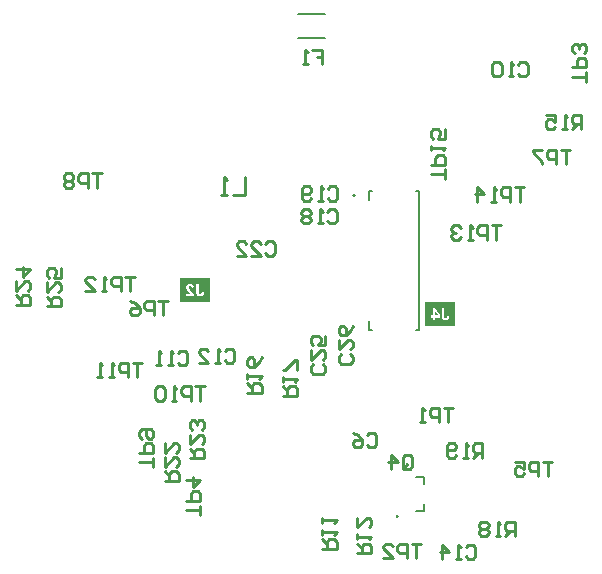
<source format=gbo>
G04*
G04 #@! TF.GenerationSoftware,Altium Limited,Altium Designer,20.2.8 (258)*
G04*
G04 Layer_Color=32896*
%FSLAX44Y44*%
%MOMM*%
G71*
G04*
G04 #@! TF.SameCoordinates,AB2164AD-3A94-489E-A7C9-C1E693429951*
G04*
G04*
G04 #@! TF.FilePolarity,Positive*
G04*
G01*
G75*
%ADD10C,0.1270*%
%ADD11C,0.2000*%
%ADD12C,0.2540*%
%ADD13C,0.1524*%
G36*
X703000Y385057D02*
X677644D01*
Y405542D01*
X703000D01*
Y385057D01*
D02*
G37*
G36*
X495228Y405251D02*
X470272D01*
Y425750D01*
X495228D01*
Y405251D01*
D02*
G37*
%LPC*%
G36*
X685576Y400542D02*
X683917D01*
Y394026D01*
X682644D01*
Y392308D01*
X683917D01*
Y390250D01*
X685813D01*
Y392308D01*
X690018D01*
Y394011D01*
X685576Y400542D01*
D02*
G37*
G36*
X693513Y400497D02*
X691440D01*
Y393685D01*
X691455Y393552D01*
X691470Y393271D01*
X691499Y392960D01*
X691544Y392634D01*
X691603Y392308D01*
X691677Y392027D01*
Y392012D01*
X691692Y391983D01*
X691706Y391938D01*
X691736Y391879D01*
X691810Y391716D01*
X691929Y391509D01*
X692077Y391287D01*
X692269Y391050D01*
X692491Y390813D01*
X692773Y390591D01*
X692787D01*
X692802Y390561D01*
X692847Y390546D01*
X692921Y390502D01*
X692995Y390472D01*
X693084Y390428D01*
X693202Y390368D01*
X693321Y390324D01*
X693469Y390280D01*
X693617Y390220D01*
X693972Y390146D01*
X694387Y390087D01*
X694846Y390057D01*
X694994D01*
X695098Y390072D01*
X695231Y390087D01*
X695364Y390102D01*
X695527Y390132D01*
X695705Y390161D01*
X696090Y390265D01*
X696282Y390339D01*
X696475Y390413D01*
X696667Y390517D01*
X696845Y390620D01*
X697023Y390754D01*
X697186Y390902D01*
X697200Y390916D01*
X697215Y390946D01*
X697260Y390990D01*
X697319Y391064D01*
X697378Y391153D01*
X697437Y391257D01*
X697511Y391390D01*
X697585Y391524D01*
X697674Y391701D01*
X697748Y391879D01*
X697807Y392086D01*
X697867Y392308D01*
X697926Y392545D01*
X697970Y392812D01*
X697985Y393093D01*
X698000Y393389D01*
X696031Y393611D01*
Y393597D01*
Y393567D01*
Y393523D01*
X696016Y393463D01*
Y393315D01*
X695986Y393123D01*
X695956Y392915D01*
X695912Y392708D01*
X695853Y392531D01*
X695779Y392368D01*
X695764Y392338D01*
X695720Y392279D01*
X695646Y392190D01*
X695527Y392101D01*
X695394Y391997D01*
X695216Y391908D01*
X695009Y391849D01*
X694772Y391820D01*
X694653D01*
X694535Y391834D01*
X694402Y391864D01*
X694239Y391908D01*
X694076Y391983D01*
X693928Y392071D01*
X693809Y392205D01*
X693794Y392220D01*
X693765Y392294D01*
X693720Y392397D01*
X693661Y392560D01*
X693632Y392664D01*
X693602Y392782D01*
X693587Y392915D01*
X693558Y393064D01*
X693543Y393241D01*
X693528Y393419D01*
X693513Y393626D01*
Y393848D01*
Y400497D01*
D02*
G37*
%LPD*%
G36*
X688197Y394026D02*
X685813D01*
Y397551D01*
X688197Y394026D01*
D02*
G37*
%LPC*%
G36*
X478530Y420750D02*
X478382D01*
X478278Y420735D01*
X478145Y420720D01*
X477997Y420705D01*
X477834Y420676D01*
X477656Y420646D01*
X477271Y420542D01*
X476886Y420394D01*
X476679Y420305D01*
X476501Y420202D01*
X476308Y420068D01*
X476146Y419920D01*
X476131Y419906D01*
X476101Y419891D01*
X476072Y419831D01*
X476012Y419772D01*
X475938Y419698D01*
X475864Y419594D01*
X475790Y419491D01*
X475701Y419358D01*
X475553Y419061D01*
X475405Y418721D01*
X475346Y418528D01*
X475316Y418321D01*
X475287Y418099D01*
X475272Y417877D01*
Y417758D01*
X475287Y417625D01*
X475302Y417462D01*
X475331Y417255D01*
X475376Y417033D01*
X475435Y416796D01*
X475524Y416559D01*
X475538Y416529D01*
X475568Y416455D01*
X475627Y416322D01*
X475716Y416159D01*
X475820Y415966D01*
X475953Y415744D01*
X476116Y415507D01*
X476308Y415256D01*
X476323Y415241D01*
X476382Y415167D01*
X476471Y415063D01*
X476605Y414915D01*
X476782Y414737D01*
X477004Y414501D01*
X477271Y414249D01*
X477597Y413938D01*
X477612Y413923D01*
X477641Y413908D01*
X477686Y413864D01*
X477745Y413805D01*
X477908Y413656D01*
X478100Y413479D01*
X478293Y413286D01*
X478485Y413094D01*
X478663Y412931D01*
X478722Y412857D01*
X478781Y412798D01*
X478796Y412783D01*
X478826Y412753D01*
X478870Y412694D01*
X478929Y412620D01*
X479063Y412457D01*
X479181Y412264D01*
X475272D01*
Y410443D01*
X482158D01*
Y410487D01*
X482143Y410547D01*
X482128Y410621D01*
X482113Y410710D01*
X482099Y410813D01*
X482039Y411080D01*
X481950Y411376D01*
X481832Y411702D01*
X481684Y412057D01*
X481491Y412398D01*
Y412412D01*
X481462Y412442D01*
X481432Y412501D01*
X481373Y412561D01*
X481314Y412664D01*
X481225Y412768D01*
X481121Y412901D01*
X481003Y413049D01*
X480869Y413227D01*
X480706Y413405D01*
X480529Y413612D01*
X480322Y413834D01*
X480099Y414056D01*
X479848Y414308D01*
X479581Y414575D01*
X479285Y414856D01*
X479270Y414871D01*
X479226Y414915D01*
X479166Y414974D01*
X479078Y415063D01*
X478959Y415152D01*
X478841Y415271D01*
X478574Y415537D01*
X478308Y415818D01*
X478041Y416100D01*
X477923Y416218D01*
X477804Y416352D01*
X477715Y416455D01*
X477656Y416544D01*
X477641Y416574D01*
X477597Y416648D01*
X477523Y416766D01*
X477449Y416929D01*
X477375Y417107D01*
X477301Y417314D01*
X477256Y417521D01*
X477241Y417743D01*
Y417758D01*
Y417773D01*
Y417847D01*
X477256Y417980D01*
X477286Y418129D01*
X477330Y418291D01*
X477389Y418454D01*
X477478Y418617D01*
X477597Y418765D01*
X477612Y418780D01*
X477656Y418825D01*
X477745Y418884D01*
X477849Y418943D01*
X477997Y419002D01*
X478159Y419061D01*
X478352Y419106D01*
X478574Y419121D01*
X478678D01*
X478796Y419106D01*
X478929Y419076D01*
X479092Y419032D01*
X479255Y418958D01*
X479418Y418869D01*
X479566Y418750D01*
X479581Y418736D01*
X479626Y418676D01*
X479685Y418587D01*
X479744Y418454D01*
X479818Y418291D01*
X479877Y418069D01*
X479936Y417817D01*
X479966Y417521D01*
X481921Y417714D01*
Y417729D01*
X481906Y417788D01*
Y417862D01*
X481876Y417980D01*
X481861Y418114D01*
X481817Y418262D01*
X481773Y418425D01*
X481728Y418617D01*
X481580Y418987D01*
X481403Y419372D01*
X481284Y419565D01*
X481151Y419743D01*
X481003Y419891D01*
X480840Y420039D01*
X480825Y420053D01*
X480795Y420068D01*
X480751Y420098D01*
X480677Y420157D01*
X480588Y420202D01*
X480470Y420261D01*
X480351Y420335D01*
X480203Y420394D01*
X480040Y420468D01*
X479862Y420527D01*
X479477Y420646D01*
X479018Y420720D01*
X478781Y420735D01*
X478530Y420750D01*
D02*
G37*
G36*
X485741Y420690D02*
X483668D01*
Y413879D01*
X483683Y413745D01*
X483698Y413464D01*
X483727Y413153D01*
X483772Y412827D01*
X483831Y412501D01*
X483905Y412220D01*
Y412205D01*
X483920Y412176D01*
X483935Y412131D01*
X483964Y412072D01*
X484038Y411909D01*
X484157Y411702D01*
X484305Y411480D01*
X484497Y411243D01*
X484720Y411006D01*
X485001Y410784D01*
X485016D01*
X485031Y410754D01*
X485075Y410739D01*
X485149Y410695D01*
X485223Y410665D01*
X485312Y410621D01*
X485430Y410561D01*
X485549Y410517D01*
X485697Y410473D01*
X485845Y410413D01*
X486200Y410339D01*
X486615Y410280D01*
X487074Y410251D01*
X487222D01*
X487326Y410265D01*
X487459Y410280D01*
X487592Y410295D01*
X487755Y410325D01*
X487933Y410354D01*
X488318Y410458D01*
X488510Y410532D01*
X488703Y410606D01*
X488895Y410710D01*
X489073Y410813D01*
X489251Y410947D01*
X489414Y411095D01*
X489428Y411109D01*
X489443Y411139D01*
X489488Y411183D01*
X489547Y411258D01*
X489606Y411346D01*
X489665Y411450D01*
X489739Y411583D01*
X489813Y411716D01*
X489902Y411894D01*
X489976Y412072D01*
X490036Y412279D01*
X490095Y412501D01*
X490154Y412738D01*
X490199Y413005D01*
X490213Y413286D01*
X490228Y413582D01*
X488259Y413805D01*
Y413790D01*
Y413760D01*
Y413716D01*
X488244Y413656D01*
Y413508D01*
X488214Y413316D01*
X488185Y413108D01*
X488140Y412901D01*
X488081Y412724D01*
X488007Y412561D01*
X487992Y412531D01*
X487948Y412472D01*
X487874Y412383D01*
X487755Y412294D01*
X487622Y412190D01*
X487444Y412102D01*
X487237Y412042D01*
X487000Y412013D01*
X486881D01*
X486763Y412028D01*
X486630Y412057D01*
X486467Y412102D01*
X486304Y412176D01*
X486156Y412264D01*
X486037Y412398D01*
X486023Y412412D01*
X485993Y412487D01*
X485949Y412590D01*
X485889Y412753D01*
X485860Y412857D01*
X485830Y412975D01*
X485815Y413108D01*
X485786Y413257D01*
X485771Y413434D01*
X485756Y413612D01*
X485741Y413819D01*
Y414041D01*
Y420690D01*
D02*
G37*
%LPD*%
D10*
X630250Y381750D02*
X632250D01*
X630250D02*
Y389000D01*
Y499250D02*
X632250D01*
X630250Y492000D02*
Y499250D01*
X669500Y381750D02*
X672250D01*
X669500Y499250D02*
X672250D01*
Y381750D02*
Y499250D01*
X676500Y228250D02*
Y234250D01*
Y251250D02*
Y257250D01*
X669500D02*
X676500D01*
X669500Y228250D02*
X676500D01*
D11*
X618250Y495650D02*
G03*
X618250Y495650I-1000J0D01*
G01*
D12*
X653900Y223750D02*
G03*
X653900Y223750I-400J0D01*
G01*
X403745Y514248D02*
X395747D01*
X399746D01*
Y502252D01*
X391749D02*
Y514248D01*
X385751D01*
X383751Y512249D01*
Y508250D01*
X385751Y506251D01*
X391749D01*
X379753Y512249D02*
X377753Y514248D01*
X373755D01*
X371755Y512249D01*
Y510249D01*
X373755Y508250D01*
X371755Y506251D01*
Y504251D01*
X373755Y502252D01*
X377753D01*
X379753Y504251D01*
Y506251D01*
X377753Y508250D01*
X379753Y510249D01*
Y512249D01*
X377753Y508250D02*
X373755D01*
X614249Y361253D02*
X616248Y359253D01*
Y355255D01*
X614249Y353255D01*
X606251D01*
X604252Y355255D01*
Y359253D01*
X606251Y361253D01*
X604252Y373249D02*
Y365251D01*
X612249Y373249D01*
X614249D01*
X616248Y371249D01*
Y367251D01*
X614249Y365251D01*
X616248Y385245D02*
X614249Y381246D01*
X610250Y377247D01*
X606251D01*
X604252Y379247D01*
Y383246D01*
X606251Y385245D01*
X608251D01*
X610250Y383246D01*
Y377247D01*
X590999Y352753D02*
X592998Y350753D01*
Y346754D01*
X590999Y344755D01*
X583001D01*
X581002Y346754D01*
Y350753D01*
X583001Y352753D01*
X581002Y364749D02*
Y356751D01*
X588999Y364749D01*
X590999D01*
X592998Y362749D01*
Y358751D01*
X590999Y356751D01*
X592998Y376745D02*
Y368747D01*
X587000D01*
X588999Y372746D01*
Y374745D01*
X587000Y376745D01*
X583001D01*
X581002Y374745D01*
Y370747D01*
X583001Y368747D01*
X694248Y509757D02*
Y517754D01*
Y513755D01*
X682252D01*
Y521753D02*
X694248D01*
Y527751D01*
X692249Y529750D01*
X688250D01*
X686251Y527751D01*
Y521753D01*
X682252Y533749D02*
Y537748D01*
Y535748D01*
X694248D01*
X692249Y533749D01*
X694248Y551743D02*
Y543746D01*
X688250D01*
X690249Y547744D01*
Y549744D01*
X688250Y551743D01*
X684251D01*
X682252Y549744D01*
Y545745D01*
X684251Y543746D01*
X658499Y266251D02*
Y274249D01*
X660499Y276248D01*
X664497D01*
X666497Y274249D01*
Y266251D01*
X664497Y264252D01*
X660499D01*
X662498Y268251D02*
X658499Y264252D01*
X660499D02*
X658499Y266251D01*
X648503Y264252D02*
Y276248D01*
X654501Y270250D01*
X646503D01*
X701245Y315998D02*
X693248D01*
X697247D01*
Y304002D01*
X689249D02*
Y315998D01*
X683251D01*
X681252Y313999D01*
Y310000D01*
X683251Y308001D01*
X689249D01*
X677253Y304002D02*
X673255D01*
X675254D01*
Y315998D01*
X677253Y313999D01*
X594748Y481999D02*
X596747Y483998D01*
X600746D01*
X602745Y481999D01*
Y474001D01*
X600746Y472002D01*
X596747D01*
X594748Y474001D01*
X590749Y472002D02*
X586750D01*
X588750D01*
Y483998D01*
X590749Y481999D01*
X580752D02*
X578753Y483998D01*
X574754D01*
X572755Y481999D01*
Y479999D01*
X574754Y478000D01*
X572755Y476001D01*
Y474001D01*
X574754Y472002D01*
X578753D01*
X580752Y474001D01*
Y476001D01*
X578753Y478000D01*
X580752Y479999D01*
Y481999D01*
X578753Y478000D02*
X574754D01*
X525407Y511367D02*
Y496133D01*
X515250D01*
X510172D02*
X505093D01*
X507632D01*
Y511367D01*
X510172Y508828D01*
X761493Y502498D02*
X753496D01*
X757495D01*
Y490502D01*
X749497D02*
Y502498D01*
X743499D01*
X741500Y500499D01*
Y496500D01*
X743499Y494501D01*
X749497D01*
X737501Y490502D02*
X733502D01*
X735502D01*
Y502498D01*
X737501Y500499D01*
X721506Y490502D02*
Y502498D01*
X727504Y496500D01*
X719507D01*
X741743Y470248D02*
X733746D01*
X737745D01*
Y458252D01*
X729747D02*
Y470248D01*
X723749D01*
X721750Y468249D01*
Y464250D01*
X723749Y462251D01*
X729747D01*
X717751Y458252D02*
X713752D01*
X715752D01*
Y470248D01*
X717751Y468249D01*
X707754D02*
X705755Y470248D01*
X701756D01*
X699757Y468249D01*
Y466249D01*
X701756Y464250D01*
X703755D01*
X701756D01*
X699757Y462251D01*
Y460251D01*
X701756Y458252D01*
X705755D01*
X707754Y460251D01*
X431743Y426998D02*
X423746D01*
X427744D01*
Y415002D01*
X419747D02*
Y426998D01*
X413749D01*
X411750Y424999D01*
Y421000D01*
X413749Y419001D01*
X419747D01*
X407751Y415002D02*
X403752D01*
X405752D01*
Y426998D01*
X407751Y424999D01*
X389757Y415002D02*
X397754D01*
X389757Y422999D01*
Y424999D01*
X391756Y426998D01*
X395755D01*
X397754Y424999D01*
X437994Y353998D02*
X429996D01*
X433995D01*
Y342002D01*
X425998D02*
Y353998D01*
X420000D01*
X418000Y351999D01*
Y348000D01*
X420000Y346001D01*
X425998D01*
X414002Y342002D02*
X410003D01*
X412002D01*
Y353998D01*
X414002Y351999D01*
X404005Y342002D02*
X400006D01*
X402006D01*
Y353998D01*
X404005Y351999D01*
X490993Y333998D02*
X482996D01*
X486995D01*
Y322002D01*
X478997D02*
Y333998D01*
X472999D01*
X471000Y331999D01*
Y328000D01*
X472999Y326001D01*
X478997D01*
X467001Y322002D02*
X463002D01*
X465002D01*
Y333998D01*
X467001Y331999D01*
X457004D02*
X455005Y333998D01*
X451006D01*
X449007Y331999D01*
Y324001D01*
X451006Y322002D01*
X455005D01*
X457004Y324001D01*
Y331999D01*
X447498Y265755D02*
Y273753D01*
Y269754D01*
X435502D01*
Y277751D02*
X447498D01*
Y283749D01*
X445499Y285749D01*
X441500D01*
X439501Y283749D01*
Y277751D01*
X437501Y289747D02*
X435502Y291747D01*
Y295746D01*
X437501Y297745D01*
X445499D01*
X447498Y295746D01*
Y291747D01*
X445499Y289747D01*
X443499D01*
X441500Y291747D01*
Y297745D01*
X800495Y534248D02*
X792497D01*
X796496D01*
Y522252D01*
X788499D02*
Y534248D01*
X782501D01*
X780501Y532249D01*
Y528250D01*
X782501Y526251D01*
X788499D01*
X776503Y534248D02*
X768505D01*
Y532249D01*
X776503Y524251D01*
Y522252D01*
X459745Y406498D02*
X451747D01*
X455746D01*
Y394502D01*
X447749D02*
Y406498D01*
X441751D01*
X439751Y404499D01*
Y400500D01*
X441751Y398501D01*
X447749D01*
X427755Y406498D02*
X431754Y404499D01*
X435753Y400500D01*
Y396501D01*
X433753Y394502D01*
X429754D01*
X427755Y396501D01*
Y398501D01*
X429754Y400500D01*
X435753D01*
X785245Y270248D02*
X777247D01*
X781246D01*
Y258252D01*
X773249D02*
Y270248D01*
X767251D01*
X765251Y268249D01*
Y264250D01*
X767251Y262251D01*
X773249D01*
X753255Y270248D02*
X761253D01*
Y264250D01*
X757254Y266249D01*
X755255D01*
X753255Y264250D01*
Y260251D01*
X755255Y258252D01*
X759253D01*
X761253Y260251D01*
X486998Y225005D02*
Y233003D01*
Y229004D01*
X475002D01*
Y237001D02*
X486998D01*
Y242999D01*
X484999Y244999D01*
X481000D01*
X479001Y242999D01*
Y237001D01*
X475002Y254995D02*
X486998D01*
X481000Y248997D01*
Y256995D01*
X813998Y592005D02*
Y600003D01*
Y596004D01*
X802002D01*
Y604001D02*
X813998D01*
Y609999D01*
X811999Y611999D01*
X808000D01*
X806001Y609999D01*
Y604001D01*
X811999Y615997D02*
X813998Y617997D01*
Y621996D01*
X811999Y623995D01*
X809999D01*
X808000Y621996D01*
Y619996D01*
Y621996D01*
X806001Y623995D01*
X804001D01*
X802002Y621996D01*
Y617997D01*
X804001Y615997D01*
X673995Y200748D02*
X665997D01*
X669996D01*
Y188752D01*
X661999D02*
Y200748D01*
X656001D01*
X654001Y198749D01*
Y194750D01*
X656001Y192751D01*
X661999D01*
X642005Y188752D02*
X650003D01*
X642005Y196749D01*
Y198749D01*
X644005Y200748D01*
X648003D01*
X650003Y198749D01*
X357002Y402005D02*
X368998D01*
Y408003D01*
X366999Y410003D01*
X363000D01*
X361001Y408003D01*
Y402005D01*
Y406004D02*
X357002Y410003D01*
Y421999D02*
Y414001D01*
X364999Y421999D01*
X366999D01*
X368998Y419999D01*
Y416001D01*
X366999Y414001D01*
X368998Y433995D02*
Y425997D01*
X363000D01*
X364999Y429996D01*
Y431996D01*
X363000Y433995D01*
X359001D01*
X357002Y431996D01*
Y427997D01*
X359001Y425997D01*
X331002Y403005D02*
X342998D01*
Y409003D01*
X340999Y411003D01*
X337000D01*
X335001Y409003D01*
Y403005D01*
Y407004D02*
X331002Y411003D01*
Y422999D02*
Y415001D01*
X338999Y422999D01*
X340999D01*
X342998Y420999D01*
Y417001D01*
X340999Y415001D01*
X331002Y432995D02*
X342998D01*
X337000Y426997D01*
Y434995D01*
X478252Y273255D02*
X490248D01*
Y279253D01*
X488249Y281253D01*
X484250D01*
X482251Y279253D01*
Y273255D01*
Y277254D02*
X478252Y281253D01*
Y293249D02*
Y285251D01*
X486249Y293249D01*
X488249D01*
X490248Y291249D01*
Y287251D01*
X488249Y285251D01*
Y297247D02*
X490248Y299247D01*
Y303246D01*
X488249Y305245D01*
X486249D01*
X484250Y303246D01*
Y301246D01*
Y303246D01*
X482251Y305245D01*
X480251D01*
X478252Y303246D01*
Y299247D01*
X480251Y297247D01*
X457002Y254005D02*
X468998D01*
Y260003D01*
X466999Y262003D01*
X463000D01*
X461001Y260003D01*
Y254005D01*
Y258004D02*
X457002Y262003D01*
Y273999D02*
Y266001D01*
X464999Y273999D01*
X466999D01*
X468998Y271999D01*
Y268001D01*
X466999Y266001D01*
X457002Y285995D02*
Y277997D01*
X464999Y285995D01*
X466999D01*
X468998Y283995D01*
Y279997D01*
X466999Y277997D01*
X725995Y273752D02*
Y285748D01*
X719997D01*
X717998Y283749D01*
Y279750D01*
X719997Y277751D01*
X725995D01*
X721996D02*
X717998Y273752D01*
X713999D02*
X710000D01*
X712000D01*
Y285748D01*
X713999Y283749D01*
X704002Y275751D02*
X702003Y273752D01*
X698004D01*
X696005Y275751D01*
Y283749D01*
X698004Y285748D01*
X702003D01*
X704002Y283749D01*
Y281749D01*
X702003Y279750D01*
X696005D01*
X753245Y207502D02*
Y219498D01*
X747247D01*
X745248Y217499D01*
Y213500D01*
X747247Y211501D01*
X753245D01*
X749247D02*
X745248Y207502D01*
X741249D02*
X737250D01*
X739250D01*
Y219498D01*
X741249Y217499D01*
X731252D02*
X729253Y219498D01*
X725254D01*
X723255Y217499D01*
Y215499D01*
X725254Y213500D01*
X723255Y211501D01*
Y209501D01*
X725254Y207502D01*
X729253D01*
X731252Y209501D01*
Y211501D01*
X729253Y213500D01*
X731252Y215499D01*
Y217499D01*
X729253Y213500D02*
X725254D01*
X557002Y326005D02*
X568998D01*
Y332003D01*
X566999Y334002D01*
X563000D01*
X561001Y332003D01*
Y326005D01*
Y330004D02*
X557002Y334002D01*
Y338001D02*
Y342000D01*
Y340000D01*
X568998D01*
X566999Y338001D01*
X568998Y347998D02*
Y355995D01*
X566999D01*
X559001Y347998D01*
X557002D01*
X527002Y328505D02*
X538998D01*
Y334503D01*
X536999Y336502D01*
X533000D01*
X531001Y334503D01*
Y328505D01*
Y332504D02*
X527002Y336502D01*
Y340501D02*
Y344500D01*
Y342500D01*
X538998D01*
X536999Y340501D01*
X538998Y358495D02*
X536999Y354496D01*
X533000Y350498D01*
X529001D01*
X527002Y352497D01*
Y356496D01*
X529001Y358495D01*
X531001D01*
X533000Y356496D01*
Y350498D01*
X809745Y552002D02*
Y563998D01*
X803747D01*
X801748Y561999D01*
Y558000D01*
X803747Y556001D01*
X809745D01*
X805746D02*
X801748Y552002D01*
X797749D02*
X793750D01*
X795750D01*
Y563998D01*
X797749Y561999D01*
X779755Y563998D02*
X787752D01*
Y558000D01*
X783754Y559999D01*
X781754D01*
X779755Y558000D01*
Y554001D01*
X781754Y552002D01*
X785753D01*
X787752Y554001D01*
X620002Y192755D02*
X631998D01*
Y198753D01*
X629999Y200752D01*
X626000D01*
X624001Y198753D01*
Y192755D01*
Y196754D02*
X620002Y200752D01*
Y204751D02*
Y208750D01*
Y206750D01*
X631998D01*
X629999Y204751D01*
X620002Y222745D02*
Y214748D01*
X627999Y222745D01*
X629999D01*
X631998Y220746D01*
Y216747D01*
X629999Y214748D01*
X590502Y196504D02*
X602498D01*
Y202502D01*
X600499Y204502D01*
X596500D01*
X594501Y202502D01*
Y196504D01*
Y200503D02*
X590502Y204502D01*
Y208500D02*
Y212499D01*
Y210500D01*
X602498D01*
X600499Y208500D01*
X590502Y218497D02*
Y222496D01*
Y220497D01*
X602498D01*
X600499Y218497D01*
X582000Y618998D02*
X589997D01*
Y613000D01*
X585999D01*
X589997D01*
Y607002D01*
X578001D02*
X574003D01*
X576002D01*
Y618998D01*
X578001Y616999D01*
X542247Y454749D02*
X544247Y456748D01*
X548246D01*
X550245Y454749D01*
Y446751D01*
X548246Y444752D01*
X544247D01*
X542247Y446751D01*
X530251Y444752D02*
X538249D01*
X530251Y452749D01*
Y454749D01*
X532251Y456748D01*
X536249D01*
X538249Y454749D01*
X518255Y444752D02*
X526253D01*
X518255Y452749D01*
Y454749D01*
X520255Y456748D01*
X524253D01*
X526253Y454749D01*
X595248Y501249D02*
X597247Y503248D01*
X601246D01*
X603245Y501249D01*
Y493251D01*
X601246Y491252D01*
X597247D01*
X595248Y493251D01*
X591249Y491252D02*
X587250D01*
X589250D01*
Y503248D01*
X591249Y501249D01*
X581252Y493251D02*
X579253Y491252D01*
X575254D01*
X573255Y493251D01*
Y501249D01*
X575254Y503248D01*
X579253D01*
X581252Y501249D01*
Y499249D01*
X579253Y497250D01*
X573255D01*
X711748Y197999D02*
X713747Y199998D01*
X717746D01*
X719745Y197999D01*
Y190001D01*
X717746Y188002D01*
X713747D01*
X711748Y190001D01*
X707749Y188002D02*
X703750D01*
X705750D01*
Y199998D01*
X707749Y197999D01*
X691754Y188002D02*
Y199998D01*
X697752Y194000D01*
X689755D01*
X507998Y363999D02*
X509997Y365998D01*
X513996D01*
X515995Y363999D01*
Y356001D01*
X513996Y354002D01*
X509997D01*
X507998Y356001D01*
X503999Y354002D02*
X500000D01*
X502000D01*
Y365998D01*
X503999Y363999D01*
X486005Y354002D02*
X494002D01*
X486005Y361999D01*
Y363999D01*
X488004Y365998D01*
X492003D01*
X494002Y363999D01*
X467998Y361999D02*
X469998Y363998D01*
X473996D01*
X475996Y361999D01*
Y354001D01*
X473996Y352002D01*
X469998D01*
X467998Y354001D01*
X464000Y352002D02*
X460001D01*
X462000D01*
Y363998D01*
X464000Y361999D01*
X454003Y352002D02*
X450004D01*
X452004D01*
Y363998D01*
X454003Y361999D01*
X756248Y606499D02*
X758247Y608498D01*
X762246D01*
X764245Y606499D01*
Y598501D01*
X762246Y596502D01*
X758247D01*
X756248Y598501D01*
X752249Y596502D02*
X748250D01*
X750250D01*
Y608498D01*
X752249Y606499D01*
X742252D02*
X740253Y608498D01*
X736254D01*
X734255Y606499D01*
Y598501D01*
X736254Y596502D01*
X740253D01*
X742252Y598501D01*
Y606499D01*
X628319Y292749D02*
X630319Y294748D01*
X634317D01*
X636317Y292749D01*
Y284751D01*
X634317Y282752D01*
X630319D01*
X628319Y284751D01*
X616323Y294748D02*
X620322Y292749D01*
X624321Y288750D01*
Y284751D01*
X622321Y282752D01*
X618323D01*
X616323Y284751D01*
Y286751D01*
X618323Y288750D01*
X624321D01*
D13*
X569616Y649287D02*
X592384D01*
X569616Y628713D02*
X592384D01*
M02*

</source>
